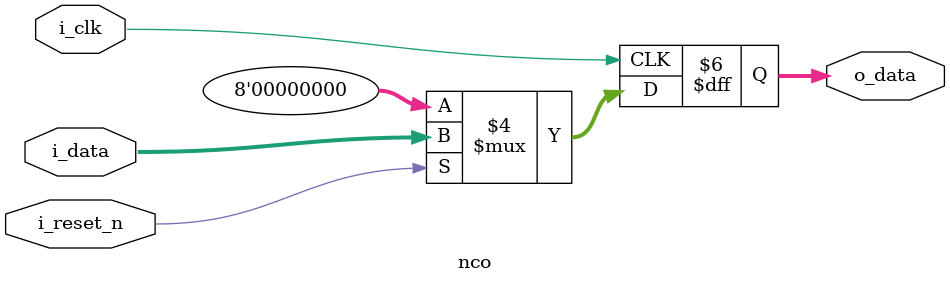
<source format=v>

`default_nettype none
`timescale 1ps/1ps

module nco(
    input   wire    [0:0]   i_clk,
    input   wire    [0:0]   i_reset_n,
    input   wire    [7:0]   i_data,
    output  reg     [7:0]   o_data
);

always @(posedge i_clk) begin
    if(!i_reset_n) begin
        o_data <= 8'h00;
    end else begin
        o_data <= i_data;
    end
end

endmodule

</source>
